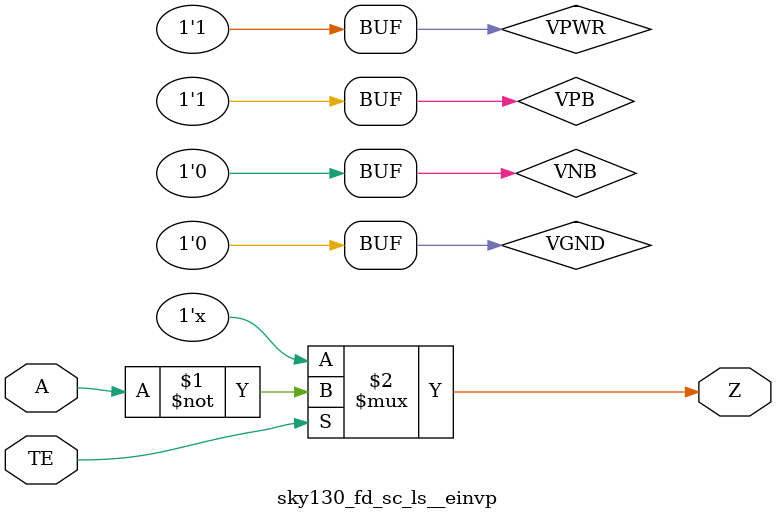
<source format=v>
/*
 * Copyright 2020 The SkyWater PDK Authors
 *
 * Licensed under the Apache License, Version 2.0 (the "License");
 * you may not use this file except in compliance with the License.
 * You may obtain a copy of the License at
 *
 *     https://www.apache.org/licenses/LICENSE-2.0
 *
 * Unless required by applicable law or agreed to in writing, software
 * distributed under the License is distributed on an "AS IS" BASIS,
 * WITHOUT WARRANTIES OR CONDITIONS OF ANY KIND, either express or implied.
 * See the License for the specific language governing permissions and
 * limitations under the License.
 *
 * SPDX-License-Identifier: Apache-2.0
*/


`ifndef SKY130_FD_SC_LS__EINVP_TIMING_V
`define SKY130_FD_SC_LS__EINVP_TIMING_V

/**
 * einvp: Tri-state inverter, positive enable.
 *
 * Verilog simulation timing model.
 */

`timescale 1ns / 1ps
`default_nettype none

`celldefine
module sky130_fd_sc_ls__einvp (
    Z ,
    A ,
    TE
);

    // Module ports
    output Z ;
    input  A ;
    input  TE;

    // Module supplies
    supply1 VPWR;
    supply0 VGND;
    supply1 VPB ;
    supply0 VNB ;

    //     Name     Output  Other arguments
    notif1 notif10 (Z     , A, TE          );

endmodule
`endcelldefine

`default_nettype wire
`endif  // SKY130_FD_SC_LS__EINVP_TIMING_V

</source>
